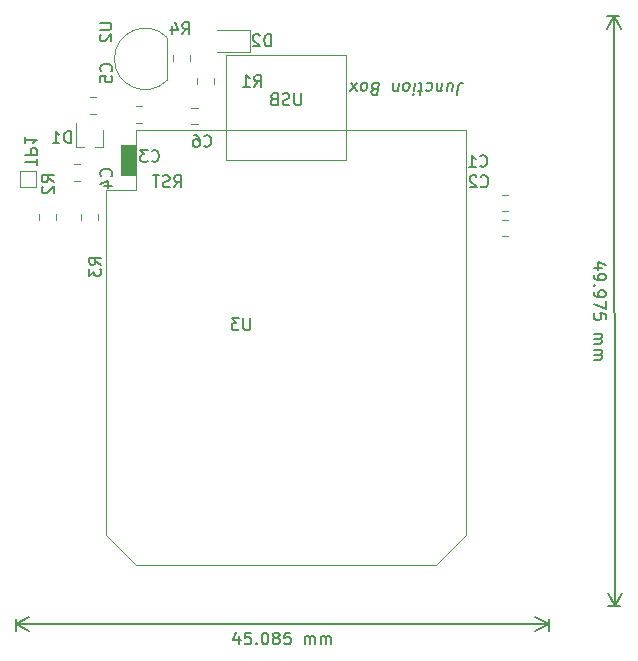
<source format=gbo>
G04 #@! TF.GenerationSoftware,KiCad,Pcbnew,5.1.5+dfsg1-2build2*
G04 #@! TF.CreationDate,2021-05-18T17:36:40-03:00*
G04 #@! TF.ProjectId,jbox_kicad,6a626f78-5f6b-4696-9361-642e6b696361,0*
G04 #@! TF.SameCoordinates,Original*
G04 #@! TF.FileFunction,Legend,Bot*
G04 #@! TF.FilePolarity,Positive*
%FSLAX46Y46*%
G04 Gerber Fmt 4.6, Leading zero omitted, Abs format (unit mm)*
G04 Created by KiCad (PCBNEW 5.1.5+dfsg1-2build2) date 2021-05-18 17:36:40*
%MOMM*%
%LPD*%
G04 APERTURE LIST*
%ADD10C,0.150000*%
%ADD11C,0.120000*%
%ADD12C,0.100000*%
%ADD13C,0.500000*%
%ADD14C,5.601600*%
%ADD15R,1.101600X1.101600*%
%ADD16C,1.501600*%
%ADD17R,1.601600X1.151600*%
%ADD18O,1.601600X1.151600*%
%ADD19C,4.101600*%
%ADD20R,0.551600X0.801600*%
G04 APERTURE END LIST*
D10*
X259445650Y-128129496D02*
X258778984Y-128130343D01*
X259826300Y-127890916D02*
X259111712Y-127653729D01*
X259112498Y-128272776D01*
X258779710Y-128701771D02*
X258779952Y-128892247D01*
X258827692Y-128987424D01*
X258875372Y-129034983D01*
X259018350Y-129130039D01*
X259208886Y-129177416D01*
X259589838Y-129176932D01*
X259685016Y-129129192D01*
X259732574Y-129081513D01*
X259780072Y-128986214D01*
X259779830Y-128795738D01*
X259732090Y-128700561D01*
X259684411Y-128653002D01*
X259589112Y-128605504D01*
X259351017Y-128605807D01*
X259255840Y-128653547D01*
X259208281Y-128701226D01*
X259160783Y-128796525D01*
X259161025Y-128987001D01*
X259208765Y-129082178D01*
X259256445Y-129129737D01*
X259351743Y-129177235D01*
X258876098Y-129606411D02*
X258828539Y-129654090D01*
X258780860Y-129606532D01*
X258828418Y-129558852D01*
X258876098Y-129606411D01*
X258780860Y-129606532D01*
X258781525Y-130130341D02*
X258781767Y-130320817D01*
X258829507Y-130415995D01*
X258877187Y-130463553D01*
X259020165Y-130558610D01*
X259210701Y-130605987D01*
X259591653Y-130605502D01*
X259686831Y-130557762D01*
X259734389Y-130510083D01*
X259781887Y-130414784D01*
X259781645Y-130224308D01*
X259733905Y-130129131D01*
X259686226Y-130081572D01*
X259590927Y-130034074D01*
X259352832Y-130034377D01*
X259257655Y-130082117D01*
X259210096Y-130129796D01*
X259162598Y-130225095D01*
X259162840Y-130415571D01*
X259210580Y-130510749D01*
X259258260Y-130558307D01*
X259353558Y-130605805D01*
X259782553Y-130938594D02*
X259783400Y-131605260D01*
X258782856Y-131177959D01*
X259784489Y-132462402D02*
X259783884Y-131986212D01*
X259307634Y-131939198D01*
X259355313Y-131986756D01*
X259403053Y-132081934D01*
X259403356Y-132320029D01*
X259355858Y-132415327D01*
X259308299Y-132463007D01*
X259213122Y-132510747D01*
X258975027Y-132511049D01*
X258879728Y-132463551D01*
X258832049Y-132415993D01*
X258784308Y-132320815D01*
X258784006Y-132082720D01*
X258831504Y-131987422D01*
X258879062Y-131939742D01*
X258786063Y-133701767D02*
X259452729Y-133700920D01*
X259357491Y-133701041D02*
X259405171Y-133748599D01*
X259452911Y-133843777D01*
X259453092Y-133986634D01*
X259405594Y-134081932D01*
X259310417Y-134129672D01*
X258786608Y-134130338D01*
X259310417Y-134129672D02*
X259405715Y-134177170D01*
X259453455Y-134272348D01*
X259453637Y-134415205D01*
X259406139Y-134510503D01*
X259310961Y-134558243D01*
X258787152Y-134558909D01*
X258787757Y-135035099D02*
X259454424Y-135034252D01*
X259359185Y-135034373D02*
X259406865Y-135081931D01*
X259454605Y-135177109D01*
X259454787Y-135319966D01*
X259407289Y-135415264D01*
X259312111Y-135463004D01*
X258788302Y-135463670D01*
X259312111Y-135463004D02*
X259407410Y-135510502D01*
X259455150Y-135605680D01*
X259455331Y-135748537D01*
X259407833Y-135843836D01*
X259312656Y-135891576D01*
X258788847Y-135892241D01*
X260567773Y-156782030D02*
X260504273Y-106807530D01*
X260985000Y-156781500D02*
X259981353Y-156782775D01*
X260921500Y-106807000D02*
X259917853Y-106808275D01*
X260504273Y-106807530D02*
X261092125Y-107933288D01*
X260504273Y-106807530D02*
X259919284Y-107934778D01*
X260567773Y-156782030D02*
X261152762Y-155654782D01*
X260567773Y-156782030D02*
X259979921Y-155656272D01*
X228743333Y-159327714D02*
X228743333Y-159994380D01*
X228505238Y-158946761D02*
X228267142Y-159661047D01*
X228886190Y-159661047D01*
X229743333Y-158994380D02*
X229267142Y-158994380D01*
X229219523Y-159470571D01*
X229267142Y-159422952D01*
X229362380Y-159375333D01*
X229600476Y-159375333D01*
X229695714Y-159422952D01*
X229743333Y-159470571D01*
X229790952Y-159565809D01*
X229790952Y-159803904D01*
X229743333Y-159899142D01*
X229695714Y-159946761D01*
X229600476Y-159994380D01*
X229362380Y-159994380D01*
X229267142Y-159946761D01*
X229219523Y-159899142D01*
X230219523Y-159899142D02*
X230267142Y-159946761D01*
X230219523Y-159994380D01*
X230171904Y-159946761D01*
X230219523Y-159899142D01*
X230219523Y-159994380D01*
X230886190Y-158994380D02*
X230981428Y-158994380D01*
X231076666Y-159042000D01*
X231124285Y-159089619D01*
X231171904Y-159184857D01*
X231219523Y-159375333D01*
X231219523Y-159613428D01*
X231171904Y-159803904D01*
X231124285Y-159899142D01*
X231076666Y-159946761D01*
X230981428Y-159994380D01*
X230886190Y-159994380D01*
X230790952Y-159946761D01*
X230743333Y-159899142D01*
X230695714Y-159803904D01*
X230648095Y-159613428D01*
X230648095Y-159375333D01*
X230695714Y-159184857D01*
X230743333Y-159089619D01*
X230790952Y-159042000D01*
X230886190Y-158994380D01*
X231790952Y-159422952D02*
X231695714Y-159375333D01*
X231648095Y-159327714D01*
X231600476Y-159232476D01*
X231600476Y-159184857D01*
X231648095Y-159089619D01*
X231695714Y-159042000D01*
X231790952Y-158994380D01*
X231981428Y-158994380D01*
X232076666Y-159042000D01*
X232124285Y-159089619D01*
X232171904Y-159184857D01*
X232171904Y-159232476D01*
X232124285Y-159327714D01*
X232076666Y-159375333D01*
X231981428Y-159422952D01*
X231790952Y-159422952D01*
X231695714Y-159470571D01*
X231648095Y-159518190D01*
X231600476Y-159613428D01*
X231600476Y-159803904D01*
X231648095Y-159899142D01*
X231695714Y-159946761D01*
X231790952Y-159994380D01*
X231981428Y-159994380D01*
X232076666Y-159946761D01*
X232124285Y-159899142D01*
X232171904Y-159803904D01*
X232171904Y-159613428D01*
X232124285Y-159518190D01*
X232076666Y-159470571D01*
X231981428Y-159422952D01*
X233076666Y-158994380D02*
X232600476Y-158994380D01*
X232552857Y-159470571D01*
X232600476Y-159422952D01*
X232695714Y-159375333D01*
X232933809Y-159375333D01*
X233029047Y-159422952D01*
X233076666Y-159470571D01*
X233124285Y-159565809D01*
X233124285Y-159803904D01*
X233076666Y-159899142D01*
X233029047Y-159946761D01*
X232933809Y-159994380D01*
X232695714Y-159994380D01*
X232600476Y-159946761D01*
X232552857Y-159899142D01*
X234314761Y-159994380D02*
X234314761Y-159327714D01*
X234314761Y-159422952D02*
X234362380Y-159375333D01*
X234457619Y-159327714D01*
X234600476Y-159327714D01*
X234695714Y-159375333D01*
X234743333Y-159470571D01*
X234743333Y-159994380D01*
X234743333Y-159470571D02*
X234790952Y-159375333D01*
X234886190Y-159327714D01*
X235029047Y-159327714D01*
X235124285Y-159375333D01*
X235171904Y-159470571D01*
X235171904Y-159994380D01*
X235648095Y-159994380D02*
X235648095Y-159327714D01*
X235648095Y-159422952D02*
X235695714Y-159375333D01*
X235790952Y-159327714D01*
X235933809Y-159327714D01*
X236029047Y-159375333D01*
X236076666Y-159470571D01*
X236076666Y-159994380D01*
X236076666Y-159470571D02*
X236124285Y-159375333D01*
X236219523Y-159327714D01*
X236362380Y-159327714D01*
X236457619Y-159375333D01*
X236505238Y-159470571D01*
X236505238Y-159994380D01*
X209867500Y-158242000D02*
X254952500Y-158242000D01*
X209867500Y-157861001D02*
X209867500Y-158828421D01*
X254952500Y-157861001D02*
X254952500Y-158828421D01*
X254952500Y-158242000D02*
X253825996Y-158828421D01*
X254952500Y-158242000D02*
X253825996Y-157655579D01*
X209867500Y-158242000D02*
X210994004Y-158828421D01*
X209867500Y-158242000D02*
X210994004Y-157655579D01*
X247219627Y-113450619D02*
X247308913Y-112736333D01*
X247374389Y-112593476D01*
X247481532Y-112498238D01*
X247630342Y-112450619D01*
X247725580Y-112450619D01*
X246356532Y-113117285D02*
X246439866Y-112450619D01*
X246785104Y-113117285D02*
X246850580Y-112593476D01*
X246814866Y-112498238D01*
X246725580Y-112450619D01*
X246582723Y-112450619D01*
X246481532Y-112498238D01*
X246427961Y-112545857D01*
X245880342Y-113117285D02*
X245963675Y-112450619D01*
X245892247Y-113022047D02*
X245838675Y-113069666D01*
X245737485Y-113117285D01*
X245594627Y-113117285D01*
X245505342Y-113069666D01*
X245469627Y-112974428D01*
X245535104Y-112450619D01*
X244624389Y-112498238D02*
X244725580Y-112450619D01*
X244916056Y-112450619D01*
X245005342Y-112498238D01*
X245047008Y-112545857D01*
X245082723Y-112641095D01*
X245047008Y-112926809D01*
X244987485Y-113022047D01*
X244933913Y-113069666D01*
X244832723Y-113117285D01*
X244642247Y-113117285D01*
X244552961Y-113069666D01*
X244261294Y-113117285D02*
X243880342Y-113117285D01*
X244076770Y-113450619D02*
X244183913Y-112593476D01*
X244148199Y-112498238D01*
X244058913Y-112450619D01*
X243963675Y-112450619D01*
X243630342Y-112450619D02*
X243547008Y-113117285D01*
X243505342Y-113450619D02*
X243558913Y-113403000D01*
X243517247Y-113355380D01*
X243463675Y-113403000D01*
X243505342Y-113450619D01*
X243517247Y-113355380D01*
X243011294Y-112450619D02*
X243100580Y-112498238D01*
X243142247Y-112545857D01*
X243177961Y-112641095D01*
X243142247Y-112926809D01*
X243082723Y-113022047D01*
X243029151Y-113069666D01*
X242927961Y-113117285D01*
X242785104Y-113117285D01*
X242695818Y-113069666D01*
X242654151Y-113022047D01*
X242618437Y-112926809D01*
X242654151Y-112641095D01*
X242713675Y-112545857D01*
X242767247Y-112498238D01*
X242868437Y-112450619D01*
X243011294Y-112450619D01*
X242166056Y-113117285D02*
X242249389Y-112450619D01*
X242177961Y-113022047D02*
X242124389Y-113069666D01*
X242023199Y-113117285D01*
X241880342Y-113117285D01*
X241791056Y-113069666D01*
X241755342Y-112974428D01*
X241820818Y-112450619D01*
X240183913Y-112974428D02*
X240047008Y-112926809D01*
X240005342Y-112879190D01*
X239969627Y-112783952D01*
X239987485Y-112641095D01*
X240047008Y-112545857D01*
X240100580Y-112498238D01*
X240201770Y-112450619D01*
X240582723Y-112450619D01*
X240457723Y-113450619D01*
X240124389Y-113450619D01*
X240035104Y-113403000D01*
X239993437Y-113355380D01*
X239957723Y-113260142D01*
X239969627Y-113164904D01*
X240029151Y-113069666D01*
X240082723Y-113022047D01*
X240183913Y-112974428D01*
X240517247Y-112974428D01*
X239439866Y-112450619D02*
X239529151Y-112498238D01*
X239570818Y-112545857D01*
X239606532Y-112641095D01*
X239570818Y-112926809D01*
X239511294Y-113022047D01*
X239457723Y-113069666D01*
X239356532Y-113117285D01*
X239213675Y-113117285D01*
X239124389Y-113069666D01*
X239082723Y-113022047D01*
X239047008Y-112926809D01*
X239082723Y-112641095D01*
X239142247Y-112545857D01*
X239195818Y-112498238D01*
X239297008Y-112450619D01*
X239439866Y-112450619D01*
X238773199Y-112450619D02*
X238166056Y-113117285D01*
X238689866Y-113117285D02*
X238249389Y-112450619D01*
D11*
X223191000Y-110624252D02*
X223191000Y-110101748D01*
X224611000Y-110624252D02*
X224611000Y-110101748D01*
X229698000Y-109862500D02*
X226838000Y-109862500D01*
X229698000Y-107942500D02*
X229698000Y-109862500D01*
X226838000Y-107942500D02*
X229698000Y-107942500D01*
X216800500Y-123563748D02*
X216800500Y-124086252D01*
X215380500Y-123563748D02*
X215380500Y-124086252D01*
X210183500Y-119886500D02*
X210183500Y-121286500D01*
X211583500Y-119886500D02*
X210183500Y-119886500D01*
X211583500Y-121286500D02*
X211583500Y-119886500D01*
X210183500Y-121286500D02*
X211583500Y-121286500D01*
X220040200Y-121513600D02*
X220040200Y-116433600D01*
X245440200Y-153263600D02*
X221310200Y-153263600D01*
X245440200Y-153263600D02*
X247980200Y-150723600D01*
X220040200Y-153263600D02*
X217500200Y-150723600D01*
X220040200Y-153263600D02*
X221310200Y-153263600D01*
X247980200Y-150723600D02*
X247980200Y-116433600D01*
X217500200Y-150723600D02*
X217500200Y-121513600D01*
X217500200Y-121513600D02*
X220040200Y-121513600D01*
D12*
G36*
X218770200Y-117703600D02*
G01*
X218770200Y-120243600D01*
X220040200Y-120243600D01*
X220040200Y-117703600D01*
X218770200Y-117703600D01*
G37*
X218770200Y-117703600D02*
X218770200Y-120243600D01*
X220040200Y-120243600D01*
X220040200Y-117703600D01*
X218770200Y-117703600D01*
D11*
X220040200Y-116433600D02*
X247980200Y-116433600D01*
X227660200Y-116433600D02*
X227660200Y-110083600D01*
X227660200Y-110083600D02*
X237820200Y-110083600D01*
X237820200Y-110083600D02*
X237820200Y-116433600D01*
X227660200Y-116433600D02*
X227660200Y-118973600D01*
X227660200Y-118973600D02*
X237820200Y-118973600D01*
X237820200Y-118973600D02*
X237820200Y-116433600D01*
X215272252Y-119305000D02*
X214749748Y-119305000D01*
X215272252Y-120725000D02*
X214749748Y-120725000D01*
X222627978Y-112264978D02*
G75*
G02X218189500Y-110426500I-1838478J1838478D01*
G01*
X222627978Y-108588022D02*
G75*
G03X218189500Y-110426500I-1838478J-1838478D01*
G01*
X222639500Y-108626500D02*
X222639500Y-112226500D01*
X211824500Y-124086252D02*
X211824500Y-123563748D01*
X213244500Y-124086252D02*
X213244500Y-123563748D01*
X226643000Y-112070248D02*
X226643000Y-112592752D01*
X225223000Y-112070248D02*
X225223000Y-112592752D01*
X225232752Y-115962500D02*
X224710248Y-115962500D01*
X225232752Y-114542500D02*
X224710248Y-114542500D01*
X251008248Y-124029400D02*
X251530752Y-124029400D01*
X251008248Y-125449400D02*
X251530752Y-125449400D01*
X251008248Y-123328500D02*
X251530752Y-123328500D01*
X251008248Y-121908500D02*
X251530752Y-121908500D01*
X220020248Y-114415500D02*
X220542752Y-114415500D01*
X220020248Y-115835500D02*
X220542752Y-115835500D01*
X216669252Y-113653500D02*
X216146748Y-113653500D01*
X216669252Y-115073500D02*
X216146748Y-115073500D01*
X216590500Y-117887500D02*
X217250500Y-117887500D01*
X214930500Y-117887500D02*
X215590500Y-117887500D01*
X214930500Y-117887500D02*
X214930500Y-115857500D01*
X217250500Y-116477500D02*
X217250500Y-117887500D01*
D10*
X223940666Y-108338880D02*
X224274000Y-107862690D01*
X224512095Y-108338880D02*
X224512095Y-107338880D01*
X224131142Y-107338880D01*
X224035904Y-107386500D01*
X223988285Y-107434119D01*
X223940666Y-107529357D01*
X223940666Y-107672214D01*
X223988285Y-107767452D01*
X224035904Y-107815071D01*
X224131142Y-107862690D01*
X224512095Y-107862690D01*
X223083523Y-107672214D02*
X223083523Y-108338880D01*
X223321619Y-107291261D02*
X223559714Y-108005547D01*
X222940666Y-108005547D01*
X231433595Y-109354880D02*
X231433595Y-108354880D01*
X231195500Y-108354880D01*
X231052642Y-108402500D01*
X230957404Y-108497738D01*
X230909785Y-108592976D01*
X230862166Y-108783452D01*
X230862166Y-108926309D01*
X230909785Y-109116785D01*
X230957404Y-109212023D01*
X231052642Y-109307261D01*
X231195500Y-109354880D01*
X231433595Y-109354880D01*
X230481214Y-108450119D02*
X230433595Y-108402500D01*
X230338357Y-108354880D01*
X230100261Y-108354880D01*
X230005023Y-108402500D01*
X229957404Y-108450119D01*
X229909785Y-108545357D01*
X229909785Y-108640595D01*
X229957404Y-108783452D01*
X230528833Y-109354880D01*
X229909785Y-109354880D01*
X217050880Y-127849333D02*
X216574690Y-127516000D01*
X217050880Y-127277904D02*
X216050880Y-127277904D01*
X216050880Y-127658857D01*
X216098500Y-127754095D01*
X216146119Y-127801714D01*
X216241357Y-127849333D01*
X216384214Y-127849333D01*
X216479452Y-127801714D01*
X216527071Y-127754095D01*
X216574690Y-127658857D01*
X216574690Y-127277904D01*
X216050880Y-128182666D02*
X216050880Y-128801714D01*
X216431833Y-128468380D01*
X216431833Y-128611238D01*
X216479452Y-128706476D01*
X216527071Y-128754095D01*
X216622309Y-128801714D01*
X216860404Y-128801714D01*
X216955642Y-128754095D01*
X217003261Y-128706476D01*
X217050880Y-128611238D01*
X217050880Y-128325523D01*
X217003261Y-128230285D01*
X216955642Y-128182666D01*
X211621619Y-119435404D02*
X211621619Y-118863976D01*
X210621619Y-119149690D02*
X211621619Y-119149690D01*
X210621619Y-118530642D02*
X211621619Y-118530642D01*
X211621619Y-118149690D01*
X211574000Y-118054452D01*
X211526380Y-118006833D01*
X211431142Y-117959214D01*
X211288285Y-117959214D01*
X211193047Y-118006833D01*
X211145428Y-118054452D01*
X211097809Y-118149690D01*
X211097809Y-118530642D01*
X210621619Y-117006833D02*
X210621619Y-117578261D01*
X210621619Y-117292547D02*
X211621619Y-117292547D01*
X211478761Y-117387785D01*
X211383523Y-117483023D01*
X211335904Y-117578261D01*
X229692104Y-132395980D02*
X229692104Y-133205504D01*
X229644485Y-133300742D01*
X229596866Y-133348361D01*
X229501628Y-133395980D01*
X229311152Y-133395980D01*
X229215914Y-133348361D01*
X229168295Y-133300742D01*
X229120676Y-133205504D01*
X229120676Y-132395980D01*
X228739723Y-132395980D02*
X228120676Y-132395980D01*
X228454009Y-132776933D01*
X228311152Y-132776933D01*
X228215914Y-132824552D01*
X228168295Y-132872171D01*
X228120676Y-132967409D01*
X228120676Y-133205504D01*
X228168295Y-133300742D01*
X228215914Y-133348361D01*
X228311152Y-133395980D01*
X228596866Y-133395980D01*
X228692104Y-133348361D01*
X228739723Y-133300742D01*
X223242119Y-121292880D02*
X223575452Y-120816690D01*
X223813547Y-121292880D02*
X223813547Y-120292880D01*
X223432595Y-120292880D01*
X223337357Y-120340500D01*
X223289738Y-120388119D01*
X223242119Y-120483357D01*
X223242119Y-120626214D01*
X223289738Y-120721452D01*
X223337357Y-120769071D01*
X223432595Y-120816690D01*
X223813547Y-120816690D01*
X222861166Y-121245261D02*
X222718309Y-121292880D01*
X222480214Y-121292880D01*
X222384976Y-121245261D01*
X222337357Y-121197642D01*
X222289738Y-121102404D01*
X222289738Y-121007166D01*
X222337357Y-120911928D01*
X222384976Y-120864309D01*
X222480214Y-120816690D01*
X222670690Y-120769071D01*
X222765928Y-120721452D01*
X222813547Y-120673833D01*
X222861166Y-120578595D01*
X222861166Y-120483357D01*
X222813547Y-120388119D01*
X222765928Y-120340500D01*
X222670690Y-120292880D01*
X222432595Y-120292880D01*
X222289738Y-120340500D01*
X222004023Y-120292880D02*
X221432595Y-120292880D01*
X221718309Y-121292880D02*
X221718309Y-120292880D01*
X234002104Y-113345980D02*
X234002104Y-114155504D01*
X233954485Y-114250742D01*
X233906866Y-114298361D01*
X233811628Y-114345980D01*
X233621152Y-114345980D01*
X233525914Y-114298361D01*
X233478295Y-114250742D01*
X233430676Y-114155504D01*
X233430676Y-113345980D01*
X233002104Y-114298361D02*
X232859247Y-114345980D01*
X232621152Y-114345980D01*
X232525914Y-114298361D01*
X232478295Y-114250742D01*
X232430676Y-114155504D01*
X232430676Y-114060266D01*
X232478295Y-113965028D01*
X232525914Y-113917409D01*
X232621152Y-113869790D01*
X232811628Y-113822171D01*
X232906866Y-113774552D01*
X232954485Y-113726933D01*
X233002104Y-113631695D01*
X233002104Y-113536457D01*
X232954485Y-113441219D01*
X232906866Y-113393600D01*
X232811628Y-113345980D01*
X232573533Y-113345980D01*
X232430676Y-113393600D01*
X231668771Y-113822171D02*
X231525914Y-113869790D01*
X231478295Y-113917409D01*
X231430676Y-114012647D01*
X231430676Y-114155504D01*
X231478295Y-114250742D01*
X231525914Y-114298361D01*
X231621152Y-114345980D01*
X232002104Y-114345980D01*
X232002104Y-113345980D01*
X231668771Y-113345980D01*
X231573533Y-113393600D01*
X231525914Y-113441219D01*
X231478295Y-113536457D01*
X231478295Y-113631695D01*
X231525914Y-113726933D01*
X231573533Y-113774552D01*
X231668771Y-113822171D01*
X232002104Y-113822171D01*
X217908142Y-120356333D02*
X217955761Y-120308714D01*
X218003380Y-120165857D01*
X218003380Y-120070619D01*
X217955761Y-119927761D01*
X217860523Y-119832523D01*
X217765285Y-119784904D01*
X217574809Y-119737285D01*
X217431952Y-119737285D01*
X217241476Y-119784904D01*
X217146238Y-119832523D01*
X217051000Y-119927761D01*
X217003380Y-120070619D01*
X217003380Y-120165857D01*
X217051000Y-120308714D01*
X217098619Y-120356333D01*
X217336714Y-121213476D02*
X218003380Y-121213476D01*
X216955761Y-120975380D02*
X217670047Y-120737285D01*
X217670047Y-121356333D01*
X216939880Y-107378595D02*
X217749404Y-107378595D01*
X217844642Y-107426214D01*
X217892261Y-107473833D01*
X217939880Y-107569071D01*
X217939880Y-107759547D01*
X217892261Y-107854785D01*
X217844642Y-107902404D01*
X217749404Y-107950023D01*
X216939880Y-107950023D01*
X217035119Y-108378595D02*
X216987500Y-108426214D01*
X216939880Y-108521452D01*
X216939880Y-108759547D01*
X216987500Y-108854785D01*
X217035119Y-108902404D01*
X217130357Y-108950023D01*
X217225595Y-108950023D01*
X217368452Y-108902404D01*
X217939880Y-108330976D01*
X217939880Y-108950023D01*
X213050380Y-120864333D02*
X212574190Y-120531000D01*
X213050380Y-120292904D02*
X212050380Y-120292904D01*
X212050380Y-120673857D01*
X212098000Y-120769095D01*
X212145619Y-120816714D01*
X212240857Y-120864333D01*
X212383714Y-120864333D01*
X212478952Y-120816714D01*
X212526571Y-120769095D01*
X212574190Y-120673857D01*
X212574190Y-120292904D01*
X212145619Y-121245285D02*
X212098000Y-121292904D01*
X212050380Y-121388142D01*
X212050380Y-121626238D01*
X212098000Y-121721476D01*
X212145619Y-121769095D01*
X212240857Y-121816714D01*
X212336095Y-121816714D01*
X212478952Y-121769095D01*
X213050380Y-121197666D01*
X213050380Y-121816714D01*
X230036666Y-112783880D02*
X230370000Y-112307690D01*
X230608095Y-112783880D02*
X230608095Y-111783880D01*
X230227142Y-111783880D01*
X230131904Y-111831500D01*
X230084285Y-111879119D01*
X230036666Y-111974357D01*
X230036666Y-112117214D01*
X230084285Y-112212452D01*
X230131904Y-112260071D01*
X230227142Y-112307690D01*
X230608095Y-112307690D01*
X229084285Y-112783880D02*
X229655714Y-112783880D01*
X229370000Y-112783880D02*
X229370000Y-111783880D01*
X229465238Y-111926738D01*
X229560476Y-112021976D01*
X229655714Y-112069595D01*
X225782166Y-117768642D02*
X225829785Y-117816261D01*
X225972642Y-117863880D01*
X226067880Y-117863880D01*
X226210738Y-117816261D01*
X226305976Y-117721023D01*
X226353595Y-117625785D01*
X226401214Y-117435309D01*
X226401214Y-117292452D01*
X226353595Y-117101976D01*
X226305976Y-117006738D01*
X226210738Y-116911500D01*
X226067880Y-116863880D01*
X225972642Y-116863880D01*
X225829785Y-116911500D01*
X225782166Y-116959119D01*
X224925023Y-116863880D02*
X225115500Y-116863880D01*
X225210738Y-116911500D01*
X225258357Y-116959119D01*
X225353595Y-117101976D01*
X225401214Y-117292452D01*
X225401214Y-117673404D01*
X225353595Y-117768642D01*
X225305976Y-117816261D01*
X225210738Y-117863880D01*
X225020261Y-117863880D01*
X224925023Y-117816261D01*
X224877404Y-117768642D01*
X224829785Y-117673404D01*
X224829785Y-117435309D01*
X224877404Y-117340071D01*
X224925023Y-117292452D01*
X225020261Y-117244833D01*
X225210738Y-117244833D01*
X225305976Y-117292452D01*
X225353595Y-117340071D01*
X225401214Y-117435309D01*
X249213666Y-121197642D02*
X249261285Y-121245261D01*
X249404142Y-121292880D01*
X249499380Y-121292880D01*
X249642238Y-121245261D01*
X249737476Y-121150023D01*
X249785095Y-121054785D01*
X249832714Y-120864309D01*
X249832714Y-120721452D01*
X249785095Y-120530976D01*
X249737476Y-120435738D01*
X249642238Y-120340500D01*
X249499380Y-120292880D01*
X249404142Y-120292880D01*
X249261285Y-120340500D01*
X249213666Y-120388119D01*
X248832714Y-120388119D02*
X248785095Y-120340500D01*
X248689857Y-120292880D01*
X248451761Y-120292880D01*
X248356523Y-120340500D01*
X248308904Y-120388119D01*
X248261285Y-120483357D01*
X248261285Y-120578595D01*
X248308904Y-120721452D01*
X248880333Y-121292880D01*
X248261285Y-121292880D01*
X249150166Y-119483142D02*
X249197785Y-119530761D01*
X249340642Y-119578380D01*
X249435880Y-119578380D01*
X249578738Y-119530761D01*
X249673976Y-119435523D01*
X249721595Y-119340285D01*
X249769214Y-119149809D01*
X249769214Y-119006952D01*
X249721595Y-118816476D01*
X249673976Y-118721238D01*
X249578738Y-118626000D01*
X249435880Y-118578380D01*
X249340642Y-118578380D01*
X249197785Y-118626000D01*
X249150166Y-118673619D01*
X248197785Y-119578380D02*
X248769214Y-119578380D01*
X248483500Y-119578380D02*
X248483500Y-118578380D01*
X248578738Y-118721238D01*
X248673976Y-118816476D01*
X248769214Y-118864095D01*
X221337166Y-119038642D02*
X221384785Y-119086261D01*
X221527642Y-119133880D01*
X221622880Y-119133880D01*
X221765738Y-119086261D01*
X221860976Y-118991023D01*
X221908595Y-118895785D01*
X221956214Y-118705309D01*
X221956214Y-118562452D01*
X221908595Y-118371976D01*
X221860976Y-118276738D01*
X221765738Y-118181500D01*
X221622880Y-118133880D01*
X221527642Y-118133880D01*
X221384785Y-118181500D01*
X221337166Y-118229119D01*
X221003833Y-118133880D02*
X220384785Y-118133880D01*
X220718119Y-118514833D01*
X220575261Y-118514833D01*
X220480023Y-118562452D01*
X220432404Y-118610071D01*
X220384785Y-118705309D01*
X220384785Y-118943404D01*
X220432404Y-119038642D01*
X220480023Y-119086261D01*
X220575261Y-119133880D01*
X220860976Y-119133880D01*
X220956214Y-119086261D01*
X221003833Y-119038642D01*
X217908142Y-111466333D02*
X217955761Y-111418714D01*
X218003380Y-111275857D01*
X218003380Y-111180619D01*
X217955761Y-111037761D01*
X217860523Y-110942523D01*
X217765285Y-110894904D01*
X217574809Y-110847285D01*
X217431952Y-110847285D01*
X217241476Y-110894904D01*
X217146238Y-110942523D01*
X217051000Y-111037761D01*
X217003380Y-111180619D01*
X217003380Y-111275857D01*
X217051000Y-111418714D01*
X217098619Y-111466333D01*
X217003380Y-112371095D02*
X217003380Y-111894904D01*
X217479571Y-111847285D01*
X217431952Y-111894904D01*
X217384333Y-111990142D01*
X217384333Y-112228238D01*
X217431952Y-112323476D01*
X217479571Y-112371095D01*
X217574809Y-112418714D01*
X217812904Y-112418714D01*
X217908142Y-112371095D01*
X217955761Y-112323476D01*
X218003380Y-112228238D01*
X218003380Y-111990142D01*
X217955761Y-111894904D01*
X217908142Y-111847285D01*
X214479095Y-117546380D02*
X214479095Y-116546380D01*
X214241000Y-116546380D01*
X214098142Y-116594000D01*
X214002904Y-116689238D01*
X213955285Y-116784476D01*
X213907666Y-116974952D01*
X213907666Y-117117809D01*
X213955285Y-117308285D01*
X214002904Y-117403523D01*
X214098142Y-117498761D01*
X214241000Y-117546380D01*
X214479095Y-117546380D01*
X212955285Y-117546380D02*
X213526714Y-117546380D01*
X213241000Y-117546380D02*
X213241000Y-116546380D01*
X213336238Y-116689238D01*
X213431476Y-116784476D01*
X213526714Y-116832095D01*
%LPC*%
D13*
G36*
X224406383Y-108713510D02*
G01*
X224432795Y-108717428D01*
X224458696Y-108723916D01*
X224483837Y-108732911D01*
X224507974Y-108744328D01*
X224530877Y-108758055D01*
X224552324Y-108773961D01*
X224572108Y-108791892D01*
X224590039Y-108811676D01*
X224605945Y-108833123D01*
X224619672Y-108856026D01*
X224631089Y-108880163D01*
X224640084Y-108905304D01*
X224646572Y-108931205D01*
X224650490Y-108957617D01*
X224651800Y-108984286D01*
X224651800Y-109691714D01*
X224650490Y-109718383D01*
X224646572Y-109744795D01*
X224640084Y-109770696D01*
X224631089Y-109795837D01*
X224619672Y-109819974D01*
X224605945Y-109842877D01*
X224590039Y-109864324D01*
X224572108Y-109884108D01*
X224552324Y-109902039D01*
X224530877Y-109917945D01*
X224507974Y-109931672D01*
X224483837Y-109943089D01*
X224458696Y-109952084D01*
X224432795Y-109958572D01*
X224406383Y-109962490D01*
X224379714Y-109963800D01*
X223422286Y-109963800D01*
X223395617Y-109962490D01*
X223369205Y-109958572D01*
X223343304Y-109952084D01*
X223318163Y-109943089D01*
X223294026Y-109931672D01*
X223271123Y-109917945D01*
X223249676Y-109902039D01*
X223229892Y-109884108D01*
X223211961Y-109864324D01*
X223196055Y-109842877D01*
X223182328Y-109819974D01*
X223170911Y-109795837D01*
X223161916Y-109770696D01*
X223155428Y-109744795D01*
X223151510Y-109718383D01*
X223150200Y-109691714D01*
X223150200Y-108984286D01*
X223151510Y-108957617D01*
X223155428Y-108931205D01*
X223161916Y-108905304D01*
X223170911Y-108880163D01*
X223182328Y-108856026D01*
X223196055Y-108833123D01*
X223211961Y-108811676D01*
X223229892Y-108791892D01*
X223249676Y-108773961D01*
X223271123Y-108758055D01*
X223294026Y-108744328D01*
X223318163Y-108732911D01*
X223343304Y-108723916D01*
X223369205Y-108717428D01*
X223395617Y-108713510D01*
X223422286Y-108712200D01*
X224379714Y-108712200D01*
X224406383Y-108713510D01*
G37*
G36*
X224406383Y-110763510D02*
G01*
X224432795Y-110767428D01*
X224458696Y-110773916D01*
X224483837Y-110782911D01*
X224507974Y-110794328D01*
X224530877Y-110808055D01*
X224552324Y-110823961D01*
X224572108Y-110841892D01*
X224590039Y-110861676D01*
X224605945Y-110883123D01*
X224619672Y-110906026D01*
X224631089Y-110930163D01*
X224640084Y-110955304D01*
X224646572Y-110981205D01*
X224650490Y-111007617D01*
X224651800Y-111034286D01*
X224651800Y-111741714D01*
X224650490Y-111768383D01*
X224646572Y-111794795D01*
X224640084Y-111820696D01*
X224631089Y-111845837D01*
X224619672Y-111869974D01*
X224605945Y-111892877D01*
X224590039Y-111914324D01*
X224572108Y-111934108D01*
X224552324Y-111952039D01*
X224530877Y-111967945D01*
X224507974Y-111981672D01*
X224483837Y-111993089D01*
X224458696Y-112002084D01*
X224432795Y-112008572D01*
X224406383Y-112012490D01*
X224379714Y-112013800D01*
X223422286Y-112013800D01*
X223395617Y-112012490D01*
X223369205Y-112008572D01*
X223343304Y-112002084D01*
X223318163Y-111993089D01*
X223294026Y-111981672D01*
X223271123Y-111967945D01*
X223249676Y-111952039D01*
X223229892Y-111934108D01*
X223211961Y-111914324D01*
X223196055Y-111892877D01*
X223182328Y-111869974D01*
X223170911Y-111845837D01*
X223161916Y-111820696D01*
X223155428Y-111794795D01*
X223151510Y-111768383D01*
X223150200Y-111741714D01*
X223150200Y-111034286D01*
X223151510Y-111007617D01*
X223155428Y-110981205D01*
X223161916Y-110955304D01*
X223170911Y-110930163D01*
X223182328Y-110906026D01*
X223196055Y-110883123D01*
X223211961Y-110861676D01*
X223229892Y-110841892D01*
X223249676Y-110823961D01*
X223271123Y-110808055D01*
X223294026Y-110794328D01*
X223318163Y-110782911D01*
X223343304Y-110773916D01*
X223369205Y-110767428D01*
X223395617Y-110763510D01*
X223422286Y-110762200D01*
X224379714Y-110762200D01*
X224406383Y-110763510D01*
G37*
G36*
X227193383Y-108153010D02*
G01*
X227219795Y-108156928D01*
X227245696Y-108163416D01*
X227270837Y-108172411D01*
X227294974Y-108183828D01*
X227317877Y-108197555D01*
X227339324Y-108213461D01*
X227359108Y-108231392D01*
X227377039Y-108251176D01*
X227392945Y-108272623D01*
X227406672Y-108295526D01*
X227418089Y-108319663D01*
X227427084Y-108344804D01*
X227433572Y-108370705D01*
X227437490Y-108397117D01*
X227438800Y-108423786D01*
X227438800Y-109381214D01*
X227437490Y-109407883D01*
X227433572Y-109434295D01*
X227427084Y-109460196D01*
X227418089Y-109485337D01*
X227406672Y-109509474D01*
X227392945Y-109532377D01*
X227377039Y-109553824D01*
X227359108Y-109573608D01*
X227339324Y-109591539D01*
X227317877Y-109607445D01*
X227294974Y-109621172D01*
X227270837Y-109632589D01*
X227245696Y-109641584D01*
X227219795Y-109648072D01*
X227193383Y-109651990D01*
X227166714Y-109653300D01*
X226459286Y-109653300D01*
X226432617Y-109651990D01*
X226406205Y-109648072D01*
X226380304Y-109641584D01*
X226355163Y-109632589D01*
X226331026Y-109621172D01*
X226308123Y-109607445D01*
X226286676Y-109591539D01*
X226266892Y-109573608D01*
X226248961Y-109553824D01*
X226233055Y-109532377D01*
X226219328Y-109509474D01*
X226207911Y-109485337D01*
X226198916Y-109460196D01*
X226192428Y-109434295D01*
X226188510Y-109407883D01*
X226187200Y-109381214D01*
X226187200Y-108423786D01*
X226188510Y-108397117D01*
X226192428Y-108370705D01*
X226198916Y-108344804D01*
X226207911Y-108319663D01*
X226219328Y-108295526D01*
X226233055Y-108272623D01*
X226248961Y-108251176D01*
X226266892Y-108231392D01*
X226286676Y-108213461D01*
X226308123Y-108197555D01*
X226331026Y-108183828D01*
X226355163Y-108172411D01*
X226380304Y-108163416D01*
X226406205Y-108156928D01*
X226432617Y-108153010D01*
X226459286Y-108151700D01*
X227166714Y-108151700D01*
X227193383Y-108153010D01*
G37*
G36*
X229243383Y-108153010D02*
G01*
X229269795Y-108156928D01*
X229295696Y-108163416D01*
X229320837Y-108172411D01*
X229344974Y-108183828D01*
X229367877Y-108197555D01*
X229389324Y-108213461D01*
X229409108Y-108231392D01*
X229427039Y-108251176D01*
X229442945Y-108272623D01*
X229456672Y-108295526D01*
X229468089Y-108319663D01*
X229477084Y-108344804D01*
X229483572Y-108370705D01*
X229487490Y-108397117D01*
X229488800Y-108423786D01*
X229488800Y-109381214D01*
X229487490Y-109407883D01*
X229483572Y-109434295D01*
X229477084Y-109460196D01*
X229468089Y-109485337D01*
X229456672Y-109509474D01*
X229442945Y-109532377D01*
X229427039Y-109553824D01*
X229409108Y-109573608D01*
X229389324Y-109591539D01*
X229367877Y-109607445D01*
X229344974Y-109621172D01*
X229320837Y-109632589D01*
X229295696Y-109641584D01*
X229269795Y-109648072D01*
X229243383Y-109651990D01*
X229216714Y-109653300D01*
X228509286Y-109653300D01*
X228482617Y-109651990D01*
X228456205Y-109648072D01*
X228430304Y-109641584D01*
X228405163Y-109632589D01*
X228381026Y-109621172D01*
X228358123Y-109607445D01*
X228336676Y-109591539D01*
X228316892Y-109573608D01*
X228298961Y-109553824D01*
X228283055Y-109532377D01*
X228269328Y-109509474D01*
X228257911Y-109485337D01*
X228248916Y-109460196D01*
X228242428Y-109434295D01*
X228238510Y-109407883D01*
X228237200Y-109381214D01*
X228237200Y-108423786D01*
X228238510Y-108397117D01*
X228242428Y-108370705D01*
X228248916Y-108344804D01*
X228257911Y-108319663D01*
X228269328Y-108295526D01*
X228283055Y-108272623D01*
X228298961Y-108251176D01*
X228316892Y-108231392D01*
X228336676Y-108213461D01*
X228358123Y-108197555D01*
X228381026Y-108183828D01*
X228405163Y-108172411D01*
X228430304Y-108163416D01*
X228456205Y-108156928D01*
X228482617Y-108153010D01*
X228509286Y-108151700D01*
X229216714Y-108151700D01*
X229243383Y-108153010D01*
G37*
D14*
X213992460Y-110397500D03*
X251269500Y-110397500D03*
X213992460Y-152942500D03*
X251269500Y-152942500D03*
D13*
G36*
X216595883Y-124225510D02*
G01*
X216622295Y-124229428D01*
X216648196Y-124235916D01*
X216673337Y-124244911D01*
X216697474Y-124256328D01*
X216720377Y-124270055D01*
X216741824Y-124285961D01*
X216761608Y-124303892D01*
X216779539Y-124323676D01*
X216795445Y-124345123D01*
X216809172Y-124368026D01*
X216820589Y-124392163D01*
X216829584Y-124417304D01*
X216836072Y-124443205D01*
X216839990Y-124469617D01*
X216841300Y-124496286D01*
X216841300Y-125203714D01*
X216839990Y-125230383D01*
X216836072Y-125256795D01*
X216829584Y-125282696D01*
X216820589Y-125307837D01*
X216809172Y-125331974D01*
X216795445Y-125354877D01*
X216779539Y-125376324D01*
X216761608Y-125396108D01*
X216741824Y-125414039D01*
X216720377Y-125429945D01*
X216697474Y-125443672D01*
X216673337Y-125455089D01*
X216648196Y-125464084D01*
X216622295Y-125470572D01*
X216595883Y-125474490D01*
X216569214Y-125475800D01*
X215611786Y-125475800D01*
X215585117Y-125474490D01*
X215558705Y-125470572D01*
X215532804Y-125464084D01*
X215507663Y-125455089D01*
X215483526Y-125443672D01*
X215460623Y-125429945D01*
X215439176Y-125414039D01*
X215419392Y-125396108D01*
X215401461Y-125376324D01*
X215385555Y-125354877D01*
X215371828Y-125331974D01*
X215360411Y-125307837D01*
X215351416Y-125282696D01*
X215344928Y-125256795D01*
X215341010Y-125230383D01*
X215339700Y-125203714D01*
X215339700Y-124496286D01*
X215341010Y-124469617D01*
X215344928Y-124443205D01*
X215351416Y-124417304D01*
X215360411Y-124392163D01*
X215371828Y-124368026D01*
X215385555Y-124345123D01*
X215401461Y-124323676D01*
X215419392Y-124303892D01*
X215439176Y-124285961D01*
X215460623Y-124270055D01*
X215483526Y-124256328D01*
X215507663Y-124244911D01*
X215532804Y-124235916D01*
X215558705Y-124229428D01*
X215585117Y-124225510D01*
X215611786Y-124224200D01*
X216569214Y-124224200D01*
X216595883Y-124225510D01*
G37*
G36*
X216595883Y-122175510D02*
G01*
X216622295Y-122179428D01*
X216648196Y-122185916D01*
X216673337Y-122194911D01*
X216697474Y-122206328D01*
X216720377Y-122220055D01*
X216741824Y-122235961D01*
X216761608Y-122253892D01*
X216779539Y-122273676D01*
X216795445Y-122295123D01*
X216809172Y-122318026D01*
X216820589Y-122342163D01*
X216829584Y-122367304D01*
X216836072Y-122393205D01*
X216839990Y-122419617D01*
X216841300Y-122446286D01*
X216841300Y-123153714D01*
X216839990Y-123180383D01*
X216836072Y-123206795D01*
X216829584Y-123232696D01*
X216820589Y-123257837D01*
X216809172Y-123281974D01*
X216795445Y-123304877D01*
X216779539Y-123326324D01*
X216761608Y-123346108D01*
X216741824Y-123364039D01*
X216720377Y-123379945D01*
X216697474Y-123393672D01*
X216673337Y-123405089D01*
X216648196Y-123414084D01*
X216622295Y-123420572D01*
X216595883Y-123424490D01*
X216569214Y-123425800D01*
X215611786Y-123425800D01*
X215585117Y-123424490D01*
X215558705Y-123420572D01*
X215532804Y-123414084D01*
X215507663Y-123405089D01*
X215483526Y-123393672D01*
X215460623Y-123379945D01*
X215439176Y-123364039D01*
X215419392Y-123346108D01*
X215401461Y-123326324D01*
X215385555Y-123304877D01*
X215371828Y-123281974D01*
X215360411Y-123257837D01*
X215351416Y-123232696D01*
X215344928Y-123206795D01*
X215341010Y-123180383D01*
X215339700Y-123153714D01*
X215339700Y-122446286D01*
X215341010Y-122419617D01*
X215344928Y-122393205D01*
X215351416Y-122367304D01*
X215360411Y-122342163D01*
X215371828Y-122318026D01*
X215385555Y-122295123D01*
X215401461Y-122273676D01*
X215419392Y-122253892D01*
X215439176Y-122235961D01*
X215460623Y-122220055D01*
X215483526Y-122206328D01*
X215507663Y-122194911D01*
X215532804Y-122185916D01*
X215558705Y-122179428D01*
X215585117Y-122175510D01*
X215611786Y-122174200D01*
X216569214Y-122174200D01*
X216595883Y-122175510D01*
G37*
D15*
X210883500Y-120586500D03*
D16*
X221310200Y-145643600D03*
X218770200Y-145643600D03*
X218770200Y-143103600D03*
X221310200Y-143103600D03*
X218770200Y-140563600D03*
X221310200Y-140563600D03*
X218770200Y-138023600D03*
X221310200Y-138023600D03*
X218770200Y-135483600D03*
X221310200Y-135483600D03*
X218770200Y-132943600D03*
X221310200Y-132943600D03*
X218770200Y-130403600D03*
X221310200Y-130403600D03*
X218770200Y-127863600D03*
X221310200Y-127863600D03*
X218770200Y-125323600D03*
X221310200Y-125323600D03*
X218770200Y-122783600D03*
X221310200Y-122783600D03*
X244170200Y-145643600D03*
X246710200Y-145643600D03*
X244170200Y-143103600D03*
X246710200Y-143103600D03*
X244170200Y-140563600D03*
X246710200Y-140563600D03*
X244170200Y-138023600D03*
X246710200Y-138023600D03*
X244170200Y-135483600D03*
X246710200Y-135483600D03*
X244170200Y-132943600D03*
X246710200Y-132943600D03*
X244170200Y-130403600D03*
X246710200Y-130403600D03*
X244170200Y-127863600D03*
X246710200Y-127863600D03*
X244170200Y-125323600D03*
X246710200Y-125323600D03*
X244170200Y-122783600D03*
X246710200Y-122783600D03*
D13*
G36*
X216416383Y-119265510D02*
G01*
X216442795Y-119269428D01*
X216468696Y-119275916D01*
X216493837Y-119284911D01*
X216517974Y-119296328D01*
X216540877Y-119310055D01*
X216562324Y-119325961D01*
X216582108Y-119343892D01*
X216600039Y-119363676D01*
X216615945Y-119385123D01*
X216629672Y-119408026D01*
X216641089Y-119432163D01*
X216650084Y-119457304D01*
X216656572Y-119483205D01*
X216660490Y-119509617D01*
X216661800Y-119536286D01*
X216661800Y-120493714D01*
X216660490Y-120520383D01*
X216656572Y-120546795D01*
X216650084Y-120572696D01*
X216641089Y-120597837D01*
X216629672Y-120621974D01*
X216615945Y-120644877D01*
X216600039Y-120666324D01*
X216582108Y-120686108D01*
X216562324Y-120704039D01*
X216540877Y-120719945D01*
X216517974Y-120733672D01*
X216493837Y-120745089D01*
X216468696Y-120754084D01*
X216442795Y-120760572D01*
X216416383Y-120764490D01*
X216389714Y-120765800D01*
X215682286Y-120765800D01*
X215655617Y-120764490D01*
X215629205Y-120760572D01*
X215603304Y-120754084D01*
X215578163Y-120745089D01*
X215554026Y-120733672D01*
X215531123Y-120719945D01*
X215509676Y-120704039D01*
X215489892Y-120686108D01*
X215471961Y-120666324D01*
X215456055Y-120644877D01*
X215442328Y-120621974D01*
X215430911Y-120597837D01*
X215421916Y-120572696D01*
X215415428Y-120546795D01*
X215411510Y-120520383D01*
X215410200Y-120493714D01*
X215410200Y-119536286D01*
X215411510Y-119509617D01*
X215415428Y-119483205D01*
X215421916Y-119457304D01*
X215430911Y-119432163D01*
X215442328Y-119408026D01*
X215456055Y-119385123D01*
X215471961Y-119363676D01*
X215489892Y-119343892D01*
X215509676Y-119325961D01*
X215531123Y-119310055D01*
X215554026Y-119296328D01*
X215578163Y-119284911D01*
X215603304Y-119275916D01*
X215629205Y-119269428D01*
X215655617Y-119265510D01*
X215682286Y-119264200D01*
X216389714Y-119264200D01*
X216416383Y-119265510D01*
G37*
G36*
X214366383Y-119265510D02*
G01*
X214392795Y-119269428D01*
X214418696Y-119275916D01*
X214443837Y-119284911D01*
X214467974Y-119296328D01*
X214490877Y-119310055D01*
X214512324Y-119325961D01*
X214532108Y-119343892D01*
X214550039Y-119363676D01*
X214565945Y-119385123D01*
X214579672Y-119408026D01*
X214591089Y-119432163D01*
X214600084Y-119457304D01*
X214606572Y-119483205D01*
X214610490Y-119509617D01*
X214611800Y-119536286D01*
X214611800Y-120493714D01*
X214610490Y-120520383D01*
X214606572Y-120546795D01*
X214600084Y-120572696D01*
X214591089Y-120597837D01*
X214579672Y-120621974D01*
X214565945Y-120644877D01*
X214550039Y-120666324D01*
X214532108Y-120686108D01*
X214512324Y-120704039D01*
X214490877Y-120719945D01*
X214467974Y-120733672D01*
X214443837Y-120745089D01*
X214418696Y-120754084D01*
X214392795Y-120760572D01*
X214366383Y-120764490D01*
X214339714Y-120765800D01*
X213632286Y-120765800D01*
X213605617Y-120764490D01*
X213579205Y-120760572D01*
X213553304Y-120754084D01*
X213528163Y-120745089D01*
X213504026Y-120733672D01*
X213481123Y-120719945D01*
X213459676Y-120704039D01*
X213439892Y-120686108D01*
X213421961Y-120666324D01*
X213406055Y-120644877D01*
X213392328Y-120621974D01*
X213380911Y-120597837D01*
X213371916Y-120572696D01*
X213365428Y-120546795D01*
X213361510Y-120520383D01*
X213360200Y-120493714D01*
X213360200Y-119536286D01*
X213361510Y-119509617D01*
X213365428Y-119483205D01*
X213371916Y-119457304D01*
X213380911Y-119432163D01*
X213392328Y-119408026D01*
X213406055Y-119385123D01*
X213421961Y-119363676D01*
X213439892Y-119343892D01*
X213459676Y-119325961D01*
X213481123Y-119310055D01*
X213504026Y-119296328D01*
X213528163Y-119284911D01*
X213553304Y-119275916D01*
X213579205Y-119269428D01*
X213605617Y-119265510D01*
X213632286Y-119264200D01*
X214339714Y-119264200D01*
X214366383Y-119265510D01*
G37*
D17*
X220789500Y-109156500D03*
D18*
X220789500Y-111696500D03*
X220789500Y-110426500D03*
D13*
G36*
X213039883Y-122175510D02*
G01*
X213066295Y-122179428D01*
X213092196Y-122185916D01*
X213117337Y-122194911D01*
X213141474Y-122206328D01*
X213164377Y-122220055D01*
X213185824Y-122235961D01*
X213205608Y-122253892D01*
X213223539Y-122273676D01*
X213239445Y-122295123D01*
X213253172Y-122318026D01*
X213264589Y-122342163D01*
X213273584Y-122367304D01*
X213280072Y-122393205D01*
X213283990Y-122419617D01*
X213285300Y-122446286D01*
X213285300Y-123153714D01*
X213283990Y-123180383D01*
X213280072Y-123206795D01*
X213273584Y-123232696D01*
X213264589Y-123257837D01*
X213253172Y-123281974D01*
X213239445Y-123304877D01*
X213223539Y-123326324D01*
X213205608Y-123346108D01*
X213185824Y-123364039D01*
X213164377Y-123379945D01*
X213141474Y-123393672D01*
X213117337Y-123405089D01*
X213092196Y-123414084D01*
X213066295Y-123420572D01*
X213039883Y-123424490D01*
X213013214Y-123425800D01*
X212055786Y-123425800D01*
X212029117Y-123424490D01*
X212002705Y-123420572D01*
X211976804Y-123414084D01*
X211951663Y-123405089D01*
X211927526Y-123393672D01*
X211904623Y-123379945D01*
X211883176Y-123364039D01*
X211863392Y-123346108D01*
X211845461Y-123326324D01*
X211829555Y-123304877D01*
X211815828Y-123281974D01*
X211804411Y-123257837D01*
X211795416Y-123232696D01*
X211788928Y-123206795D01*
X211785010Y-123180383D01*
X211783700Y-123153714D01*
X211783700Y-122446286D01*
X211785010Y-122419617D01*
X211788928Y-122393205D01*
X211795416Y-122367304D01*
X211804411Y-122342163D01*
X211815828Y-122318026D01*
X211829555Y-122295123D01*
X211845461Y-122273676D01*
X211863392Y-122253892D01*
X211883176Y-122235961D01*
X211904623Y-122220055D01*
X211927526Y-122206328D01*
X211951663Y-122194911D01*
X211976804Y-122185916D01*
X212002705Y-122179428D01*
X212029117Y-122175510D01*
X212055786Y-122174200D01*
X213013214Y-122174200D01*
X213039883Y-122175510D01*
G37*
G36*
X213039883Y-124225510D02*
G01*
X213066295Y-124229428D01*
X213092196Y-124235916D01*
X213117337Y-124244911D01*
X213141474Y-124256328D01*
X213164377Y-124270055D01*
X213185824Y-124285961D01*
X213205608Y-124303892D01*
X213223539Y-124323676D01*
X213239445Y-124345123D01*
X213253172Y-124368026D01*
X213264589Y-124392163D01*
X213273584Y-124417304D01*
X213280072Y-124443205D01*
X213283990Y-124469617D01*
X213285300Y-124496286D01*
X213285300Y-125203714D01*
X213283990Y-125230383D01*
X213280072Y-125256795D01*
X213273584Y-125282696D01*
X213264589Y-125307837D01*
X213253172Y-125331974D01*
X213239445Y-125354877D01*
X213223539Y-125376324D01*
X213205608Y-125396108D01*
X213185824Y-125414039D01*
X213164377Y-125429945D01*
X213141474Y-125443672D01*
X213117337Y-125455089D01*
X213092196Y-125464084D01*
X213066295Y-125470572D01*
X213039883Y-125474490D01*
X213013214Y-125475800D01*
X212055786Y-125475800D01*
X212029117Y-125474490D01*
X212002705Y-125470572D01*
X211976804Y-125464084D01*
X211951663Y-125455089D01*
X211927526Y-125443672D01*
X211904623Y-125429945D01*
X211883176Y-125414039D01*
X211863392Y-125396108D01*
X211845461Y-125376324D01*
X211829555Y-125354877D01*
X211815828Y-125331974D01*
X211804411Y-125307837D01*
X211795416Y-125282696D01*
X211788928Y-125256795D01*
X211785010Y-125230383D01*
X211783700Y-125203714D01*
X211783700Y-124496286D01*
X211785010Y-124469617D01*
X211788928Y-124443205D01*
X211795416Y-124417304D01*
X211804411Y-124392163D01*
X211815828Y-124368026D01*
X211829555Y-124345123D01*
X211845461Y-124323676D01*
X211863392Y-124303892D01*
X211883176Y-124285961D01*
X211904623Y-124270055D01*
X211927526Y-124256328D01*
X211951663Y-124244911D01*
X211976804Y-124235916D01*
X212002705Y-124229428D01*
X212029117Y-124225510D01*
X212055786Y-124224200D01*
X213013214Y-124224200D01*
X213039883Y-124225510D01*
G37*
G36*
X226438383Y-112732010D02*
G01*
X226464795Y-112735928D01*
X226490696Y-112742416D01*
X226515837Y-112751411D01*
X226539974Y-112762828D01*
X226562877Y-112776555D01*
X226584324Y-112792461D01*
X226604108Y-112810392D01*
X226622039Y-112830176D01*
X226637945Y-112851623D01*
X226651672Y-112874526D01*
X226663089Y-112898663D01*
X226672084Y-112923804D01*
X226678572Y-112949705D01*
X226682490Y-112976117D01*
X226683800Y-113002786D01*
X226683800Y-113710214D01*
X226682490Y-113736883D01*
X226678572Y-113763295D01*
X226672084Y-113789196D01*
X226663089Y-113814337D01*
X226651672Y-113838474D01*
X226637945Y-113861377D01*
X226622039Y-113882824D01*
X226604108Y-113902608D01*
X226584324Y-113920539D01*
X226562877Y-113936445D01*
X226539974Y-113950172D01*
X226515837Y-113961589D01*
X226490696Y-113970584D01*
X226464795Y-113977072D01*
X226438383Y-113980990D01*
X226411714Y-113982300D01*
X225454286Y-113982300D01*
X225427617Y-113980990D01*
X225401205Y-113977072D01*
X225375304Y-113970584D01*
X225350163Y-113961589D01*
X225326026Y-113950172D01*
X225303123Y-113936445D01*
X225281676Y-113920539D01*
X225261892Y-113902608D01*
X225243961Y-113882824D01*
X225228055Y-113861377D01*
X225214328Y-113838474D01*
X225202911Y-113814337D01*
X225193916Y-113789196D01*
X225187428Y-113763295D01*
X225183510Y-113736883D01*
X225182200Y-113710214D01*
X225182200Y-113002786D01*
X225183510Y-112976117D01*
X225187428Y-112949705D01*
X225193916Y-112923804D01*
X225202911Y-112898663D01*
X225214328Y-112874526D01*
X225228055Y-112851623D01*
X225243961Y-112830176D01*
X225261892Y-112810392D01*
X225281676Y-112792461D01*
X225303123Y-112776555D01*
X225326026Y-112762828D01*
X225350163Y-112751411D01*
X225375304Y-112742416D01*
X225401205Y-112735928D01*
X225427617Y-112732010D01*
X225454286Y-112730700D01*
X226411714Y-112730700D01*
X226438383Y-112732010D01*
G37*
G36*
X226438383Y-110682010D02*
G01*
X226464795Y-110685928D01*
X226490696Y-110692416D01*
X226515837Y-110701411D01*
X226539974Y-110712828D01*
X226562877Y-110726555D01*
X226584324Y-110742461D01*
X226604108Y-110760392D01*
X226622039Y-110780176D01*
X226637945Y-110801623D01*
X226651672Y-110824526D01*
X226663089Y-110848663D01*
X226672084Y-110873804D01*
X226678572Y-110899705D01*
X226682490Y-110926117D01*
X226683800Y-110952786D01*
X226683800Y-111660214D01*
X226682490Y-111686883D01*
X226678572Y-111713295D01*
X226672084Y-111739196D01*
X226663089Y-111764337D01*
X226651672Y-111788474D01*
X226637945Y-111811377D01*
X226622039Y-111832824D01*
X226604108Y-111852608D01*
X226584324Y-111870539D01*
X226562877Y-111886445D01*
X226539974Y-111900172D01*
X226515837Y-111911589D01*
X226490696Y-111920584D01*
X226464795Y-111927072D01*
X226438383Y-111930990D01*
X226411714Y-111932300D01*
X225454286Y-111932300D01*
X225427617Y-111930990D01*
X225401205Y-111927072D01*
X225375304Y-111920584D01*
X225350163Y-111911589D01*
X225326026Y-111900172D01*
X225303123Y-111886445D01*
X225281676Y-111870539D01*
X225261892Y-111852608D01*
X225243961Y-111832824D01*
X225228055Y-111811377D01*
X225214328Y-111788474D01*
X225202911Y-111764337D01*
X225193916Y-111739196D01*
X225187428Y-111713295D01*
X225183510Y-111686883D01*
X225182200Y-111660214D01*
X225182200Y-110952786D01*
X225183510Y-110926117D01*
X225187428Y-110899705D01*
X225193916Y-110873804D01*
X225202911Y-110848663D01*
X225214328Y-110824526D01*
X225228055Y-110801623D01*
X225243961Y-110780176D01*
X225261892Y-110760392D01*
X225281676Y-110742461D01*
X225303123Y-110726555D01*
X225326026Y-110712828D01*
X225350163Y-110701411D01*
X225375304Y-110692416D01*
X225401205Y-110685928D01*
X225427617Y-110682010D01*
X225454286Y-110680700D01*
X226411714Y-110680700D01*
X226438383Y-110682010D01*
G37*
G36*
X224326883Y-114503010D02*
G01*
X224353295Y-114506928D01*
X224379196Y-114513416D01*
X224404337Y-114522411D01*
X224428474Y-114533828D01*
X224451377Y-114547555D01*
X224472824Y-114563461D01*
X224492608Y-114581392D01*
X224510539Y-114601176D01*
X224526445Y-114622623D01*
X224540172Y-114645526D01*
X224551589Y-114669663D01*
X224560584Y-114694804D01*
X224567072Y-114720705D01*
X224570990Y-114747117D01*
X224572300Y-114773786D01*
X224572300Y-115731214D01*
X224570990Y-115757883D01*
X224567072Y-115784295D01*
X224560584Y-115810196D01*
X224551589Y-115835337D01*
X224540172Y-115859474D01*
X224526445Y-115882377D01*
X224510539Y-115903824D01*
X224492608Y-115923608D01*
X224472824Y-115941539D01*
X224451377Y-115957445D01*
X224428474Y-115971172D01*
X224404337Y-115982589D01*
X224379196Y-115991584D01*
X224353295Y-115998072D01*
X224326883Y-116001990D01*
X224300214Y-116003300D01*
X223592786Y-116003300D01*
X223566117Y-116001990D01*
X223539705Y-115998072D01*
X223513804Y-115991584D01*
X223488663Y-115982589D01*
X223464526Y-115971172D01*
X223441623Y-115957445D01*
X223420176Y-115941539D01*
X223400392Y-115923608D01*
X223382461Y-115903824D01*
X223366555Y-115882377D01*
X223352828Y-115859474D01*
X223341411Y-115835337D01*
X223332416Y-115810196D01*
X223325928Y-115784295D01*
X223322010Y-115757883D01*
X223320700Y-115731214D01*
X223320700Y-114773786D01*
X223322010Y-114747117D01*
X223325928Y-114720705D01*
X223332416Y-114694804D01*
X223341411Y-114669663D01*
X223352828Y-114645526D01*
X223366555Y-114622623D01*
X223382461Y-114601176D01*
X223400392Y-114581392D01*
X223420176Y-114563461D01*
X223441623Y-114547555D01*
X223464526Y-114533828D01*
X223488663Y-114522411D01*
X223513804Y-114513416D01*
X223539705Y-114506928D01*
X223566117Y-114503010D01*
X223592786Y-114501700D01*
X224300214Y-114501700D01*
X224326883Y-114503010D01*
G37*
G36*
X226376883Y-114503010D02*
G01*
X226403295Y-114506928D01*
X226429196Y-114513416D01*
X226454337Y-114522411D01*
X226478474Y-114533828D01*
X226501377Y-114547555D01*
X226522824Y-114563461D01*
X226542608Y-114581392D01*
X226560539Y-114601176D01*
X226576445Y-114622623D01*
X226590172Y-114645526D01*
X226601589Y-114669663D01*
X226610584Y-114694804D01*
X226617072Y-114720705D01*
X226620990Y-114747117D01*
X226622300Y-114773786D01*
X226622300Y-115731214D01*
X226620990Y-115757883D01*
X226617072Y-115784295D01*
X226610584Y-115810196D01*
X226601589Y-115835337D01*
X226590172Y-115859474D01*
X226576445Y-115882377D01*
X226560539Y-115903824D01*
X226542608Y-115923608D01*
X226522824Y-115941539D01*
X226501377Y-115957445D01*
X226478474Y-115971172D01*
X226454337Y-115982589D01*
X226429196Y-115991584D01*
X226403295Y-115998072D01*
X226376883Y-116001990D01*
X226350214Y-116003300D01*
X225642786Y-116003300D01*
X225616117Y-116001990D01*
X225589705Y-115998072D01*
X225563804Y-115991584D01*
X225538663Y-115982589D01*
X225514526Y-115971172D01*
X225491623Y-115957445D01*
X225470176Y-115941539D01*
X225450392Y-115923608D01*
X225432461Y-115903824D01*
X225416555Y-115882377D01*
X225402828Y-115859474D01*
X225391411Y-115835337D01*
X225382416Y-115810196D01*
X225375928Y-115784295D01*
X225372010Y-115757883D01*
X225370700Y-115731214D01*
X225370700Y-114773786D01*
X225372010Y-114747117D01*
X225375928Y-114720705D01*
X225382416Y-114694804D01*
X225391411Y-114669663D01*
X225402828Y-114645526D01*
X225416555Y-114622623D01*
X225432461Y-114601176D01*
X225450392Y-114581392D01*
X225470176Y-114563461D01*
X225491623Y-114547555D01*
X225514526Y-114533828D01*
X225538663Y-114522411D01*
X225563804Y-114513416D01*
X225589705Y-114506928D01*
X225616117Y-114503010D01*
X225642786Y-114501700D01*
X226350214Y-114501700D01*
X226376883Y-114503010D01*
G37*
G36*
X252674883Y-123989910D02*
G01*
X252701295Y-123993828D01*
X252727196Y-124000316D01*
X252752337Y-124009311D01*
X252776474Y-124020728D01*
X252799377Y-124034455D01*
X252820824Y-124050361D01*
X252840608Y-124068292D01*
X252858539Y-124088076D01*
X252874445Y-124109523D01*
X252888172Y-124132426D01*
X252899589Y-124156563D01*
X252908584Y-124181704D01*
X252915072Y-124207605D01*
X252918990Y-124234017D01*
X252920300Y-124260686D01*
X252920300Y-125218114D01*
X252918990Y-125244783D01*
X252915072Y-125271195D01*
X252908584Y-125297096D01*
X252899589Y-125322237D01*
X252888172Y-125346374D01*
X252874445Y-125369277D01*
X252858539Y-125390724D01*
X252840608Y-125410508D01*
X252820824Y-125428439D01*
X252799377Y-125444345D01*
X252776474Y-125458072D01*
X252752337Y-125469489D01*
X252727196Y-125478484D01*
X252701295Y-125484972D01*
X252674883Y-125488890D01*
X252648214Y-125490200D01*
X251940786Y-125490200D01*
X251914117Y-125488890D01*
X251887705Y-125484972D01*
X251861804Y-125478484D01*
X251836663Y-125469489D01*
X251812526Y-125458072D01*
X251789623Y-125444345D01*
X251768176Y-125428439D01*
X251748392Y-125410508D01*
X251730461Y-125390724D01*
X251714555Y-125369277D01*
X251700828Y-125346374D01*
X251689411Y-125322237D01*
X251680416Y-125297096D01*
X251673928Y-125271195D01*
X251670010Y-125244783D01*
X251668700Y-125218114D01*
X251668700Y-124260686D01*
X251670010Y-124234017D01*
X251673928Y-124207605D01*
X251680416Y-124181704D01*
X251689411Y-124156563D01*
X251700828Y-124132426D01*
X251714555Y-124109523D01*
X251730461Y-124088076D01*
X251748392Y-124068292D01*
X251768176Y-124050361D01*
X251789623Y-124034455D01*
X251812526Y-124020728D01*
X251836663Y-124009311D01*
X251861804Y-124000316D01*
X251887705Y-123993828D01*
X251914117Y-123989910D01*
X251940786Y-123988600D01*
X252648214Y-123988600D01*
X252674883Y-123989910D01*
G37*
G36*
X250624883Y-123989910D02*
G01*
X250651295Y-123993828D01*
X250677196Y-124000316D01*
X250702337Y-124009311D01*
X250726474Y-124020728D01*
X250749377Y-124034455D01*
X250770824Y-124050361D01*
X250790608Y-124068292D01*
X250808539Y-124088076D01*
X250824445Y-124109523D01*
X250838172Y-124132426D01*
X250849589Y-124156563D01*
X250858584Y-124181704D01*
X250865072Y-124207605D01*
X250868990Y-124234017D01*
X250870300Y-124260686D01*
X250870300Y-125218114D01*
X250868990Y-125244783D01*
X250865072Y-125271195D01*
X250858584Y-125297096D01*
X250849589Y-125322237D01*
X250838172Y-125346374D01*
X250824445Y-125369277D01*
X250808539Y-125390724D01*
X250790608Y-125410508D01*
X250770824Y-125428439D01*
X250749377Y-125444345D01*
X250726474Y-125458072D01*
X250702337Y-125469489D01*
X250677196Y-125478484D01*
X250651295Y-125484972D01*
X250624883Y-125488890D01*
X250598214Y-125490200D01*
X249890786Y-125490200D01*
X249864117Y-125488890D01*
X249837705Y-125484972D01*
X249811804Y-125478484D01*
X249786663Y-125469489D01*
X249762526Y-125458072D01*
X249739623Y-125444345D01*
X249718176Y-125428439D01*
X249698392Y-125410508D01*
X249680461Y-125390724D01*
X249664555Y-125369277D01*
X249650828Y-125346374D01*
X249639411Y-125322237D01*
X249630416Y-125297096D01*
X249623928Y-125271195D01*
X249620010Y-125244783D01*
X249618700Y-125218114D01*
X249618700Y-124260686D01*
X249620010Y-124234017D01*
X249623928Y-124207605D01*
X249630416Y-124181704D01*
X249639411Y-124156563D01*
X249650828Y-124132426D01*
X249664555Y-124109523D01*
X249680461Y-124088076D01*
X249698392Y-124068292D01*
X249718176Y-124050361D01*
X249739623Y-124034455D01*
X249762526Y-124020728D01*
X249786663Y-124009311D01*
X249811804Y-124000316D01*
X249837705Y-123993828D01*
X249864117Y-123989910D01*
X249890786Y-123988600D01*
X250598214Y-123988600D01*
X250624883Y-123989910D01*
G37*
G36*
X250625324Y-121869008D02*
G01*
X250651689Y-121872919D01*
X250677543Y-121879395D01*
X250702639Y-121888374D01*
X250726733Y-121899770D01*
X250749594Y-121913472D01*
X250771002Y-121929350D01*
X250790751Y-121947249D01*
X250808650Y-121966998D01*
X250824528Y-121988406D01*
X250838230Y-122011267D01*
X250849626Y-122035361D01*
X250858605Y-122060457D01*
X250865081Y-122086311D01*
X250868992Y-122112676D01*
X250870300Y-122139297D01*
X250870300Y-123097703D01*
X250868992Y-123124324D01*
X250865081Y-123150689D01*
X250858605Y-123176543D01*
X250849626Y-123201639D01*
X250838230Y-123225733D01*
X250824528Y-123248594D01*
X250808650Y-123270002D01*
X250790751Y-123289751D01*
X250771002Y-123307650D01*
X250749594Y-123323528D01*
X250726733Y-123337230D01*
X250702639Y-123348626D01*
X250677543Y-123357605D01*
X250651689Y-123364081D01*
X250625324Y-123367992D01*
X250598703Y-123369300D01*
X249890297Y-123369300D01*
X249863676Y-123367992D01*
X249837311Y-123364081D01*
X249811457Y-123357605D01*
X249786361Y-123348626D01*
X249762267Y-123337230D01*
X249739406Y-123323528D01*
X249717998Y-123307650D01*
X249698249Y-123289751D01*
X249680350Y-123270002D01*
X249664472Y-123248594D01*
X249650770Y-123225733D01*
X249639374Y-123201639D01*
X249630395Y-123176543D01*
X249623919Y-123150689D01*
X249620008Y-123124324D01*
X249618700Y-123097703D01*
X249618700Y-122139297D01*
X249620008Y-122112676D01*
X249623919Y-122086311D01*
X249630395Y-122060457D01*
X249639374Y-122035361D01*
X249650770Y-122011267D01*
X249664472Y-121988406D01*
X249680350Y-121966998D01*
X249698249Y-121947249D01*
X249717998Y-121929350D01*
X249739406Y-121913472D01*
X249762267Y-121899770D01*
X249786361Y-121888374D01*
X249811457Y-121879395D01*
X249837311Y-121872919D01*
X249863676Y-121869008D01*
X249890297Y-121867700D01*
X250598703Y-121867700D01*
X250625324Y-121869008D01*
G37*
G36*
X252674883Y-121869010D02*
G01*
X252701295Y-121872928D01*
X252727196Y-121879416D01*
X252752337Y-121888411D01*
X252776474Y-121899828D01*
X252799377Y-121913555D01*
X252820824Y-121929461D01*
X252840608Y-121947392D01*
X252858539Y-121967176D01*
X252874445Y-121988623D01*
X252888172Y-122011526D01*
X252899589Y-122035663D01*
X252908584Y-122060804D01*
X252915072Y-122086705D01*
X252918990Y-122113117D01*
X252920300Y-122139786D01*
X252920300Y-123097214D01*
X252918990Y-123123883D01*
X252915072Y-123150295D01*
X252908584Y-123176196D01*
X252899589Y-123201337D01*
X252888172Y-123225474D01*
X252874445Y-123248377D01*
X252858539Y-123269824D01*
X252840608Y-123289608D01*
X252820824Y-123307539D01*
X252799377Y-123323445D01*
X252776474Y-123337172D01*
X252752337Y-123348589D01*
X252727196Y-123357584D01*
X252701295Y-123364072D01*
X252674883Y-123367990D01*
X252648214Y-123369300D01*
X251940786Y-123369300D01*
X251914117Y-123367990D01*
X251887705Y-123364072D01*
X251861804Y-123357584D01*
X251836663Y-123348589D01*
X251812526Y-123337172D01*
X251789623Y-123323445D01*
X251768176Y-123307539D01*
X251748392Y-123289608D01*
X251730461Y-123269824D01*
X251714555Y-123248377D01*
X251700828Y-123225474D01*
X251689411Y-123201337D01*
X251680416Y-123176196D01*
X251673928Y-123150295D01*
X251670010Y-123123883D01*
X251668700Y-123097214D01*
X251668700Y-122139786D01*
X251670010Y-122113117D01*
X251673928Y-122086705D01*
X251680416Y-122060804D01*
X251689411Y-122035663D01*
X251700828Y-122011526D01*
X251714555Y-121988623D01*
X251730461Y-121967176D01*
X251748392Y-121947392D01*
X251768176Y-121929461D01*
X251789623Y-121913555D01*
X251812526Y-121899828D01*
X251836663Y-121888411D01*
X251861804Y-121879416D01*
X251887705Y-121872928D01*
X251914117Y-121869010D01*
X251940786Y-121867700D01*
X252648214Y-121867700D01*
X252674883Y-121869010D01*
G37*
D19*
X252171200Y-129286000D03*
X212915500Y-129232660D03*
X252171200Y-145796000D03*
X212928200Y-145806160D03*
D13*
G36*
X221686883Y-114376010D02*
G01*
X221713295Y-114379928D01*
X221739196Y-114386416D01*
X221764337Y-114395411D01*
X221788474Y-114406828D01*
X221811377Y-114420555D01*
X221832824Y-114436461D01*
X221852608Y-114454392D01*
X221870539Y-114474176D01*
X221886445Y-114495623D01*
X221900172Y-114518526D01*
X221911589Y-114542663D01*
X221920584Y-114567804D01*
X221927072Y-114593705D01*
X221930990Y-114620117D01*
X221932300Y-114646786D01*
X221932300Y-115604214D01*
X221930990Y-115630883D01*
X221927072Y-115657295D01*
X221920584Y-115683196D01*
X221911589Y-115708337D01*
X221900172Y-115732474D01*
X221886445Y-115755377D01*
X221870539Y-115776824D01*
X221852608Y-115796608D01*
X221832824Y-115814539D01*
X221811377Y-115830445D01*
X221788474Y-115844172D01*
X221764337Y-115855589D01*
X221739196Y-115864584D01*
X221713295Y-115871072D01*
X221686883Y-115874990D01*
X221660214Y-115876300D01*
X220952786Y-115876300D01*
X220926117Y-115874990D01*
X220899705Y-115871072D01*
X220873804Y-115864584D01*
X220848663Y-115855589D01*
X220824526Y-115844172D01*
X220801623Y-115830445D01*
X220780176Y-115814539D01*
X220760392Y-115796608D01*
X220742461Y-115776824D01*
X220726555Y-115755377D01*
X220712828Y-115732474D01*
X220701411Y-115708337D01*
X220692416Y-115683196D01*
X220685928Y-115657295D01*
X220682010Y-115630883D01*
X220680700Y-115604214D01*
X220680700Y-114646786D01*
X220682010Y-114620117D01*
X220685928Y-114593705D01*
X220692416Y-114567804D01*
X220701411Y-114542663D01*
X220712828Y-114518526D01*
X220726555Y-114495623D01*
X220742461Y-114474176D01*
X220760392Y-114454392D01*
X220780176Y-114436461D01*
X220801623Y-114420555D01*
X220824526Y-114406828D01*
X220848663Y-114395411D01*
X220873804Y-114386416D01*
X220899705Y-114379928D01*
X220926117Y-114376010D01*
X220952786Y-114374700D01*
X221660214Y-114374700D01*
X221686883Y-114376010D01*
G37*
G36*
X219636883Y-114376010D02*
G01*
X219663295Y-114379928D01*
X219689196Y-114386416D01*
X219714337Y-114395411D01*
X219738474Y-114406828D01*
X219761377Y-114420555D01*
X219782824Y-114436461D01*
X219802608Y-114454392D01*
X219820539Y-114474176D01*
X219836445Y-114495623D01*
X219850172Y-114518526D01*
X219861589Y-114542663D01*
X219870584Y-114567804D01*
X219877072Y-114593705D01*
X219880990Y-114620117D01*
X219882300Y-114646786D01*
X219882300Y-115604214D01*
X219880990Y-115630883D01*
X219877072Y-115657295D01*
X219870584Y-115683196D01*
X219861589Y-115708337D01*
X219850172Y-115732474D01*
X219836445Y-115755377D01*
X219820539Y-115776824D01*
X219802608Y-115796608D01*
X219782824Y-115814539D01*
X219761377Y-115830445D01*
X219738474Y-115844172D01*
X219714337Y-115855589D01*
X219689196Y-115864584D01*
X219663295Y-115871072D01*
X219636883Y-115874990D01*
X219610214Y-115876300D01*
X218902786Y-115876300D01*
X218876117Y-115874990D01*
X218849705Y-115871072D01*
X218823804Y-115864584D01*
X218798663Y-115855589D01*
X218774526Y-115844172D01*
X218751623Y-115830445D01*
X218730176Y-115814539D01*
X218710392Y-115796608D01*
X218692461Y-115776824D01*
X218676555Y-115755377D01*
X218662828Y-115732474D01*
X218651411Y-115708337D01*
X218642416Y-115683196D01*
X218635928Y-115657295D01*
X218632010Y-115630883D01*
X218630700Y-115604214D01*
X218630700Y-114646786D01*
X218632010Y-114620117D01*
X218635928Y-114593705D01*
X218642416Y-114567804D01*
X218651411Y-114542663D01*
X218662828Y-114518526D01*
X218676555Y-114495623D01*
X218692461Y-114474176D01*
X218710392Y-114454392D01*
X218730176Y-114436461D01*
X218751623Y-114420555D01*
X218774526Y-114406828D01*
X218798663Y-114395411D01*
X218823804Y-114386416D01*
X218849705Y-114379928D01*
X218876117Y-114376010D01*
X218902786Y-114374700D01*
X219610214Y-114374700D01*
X219636883Y-114376010D01*
G37*
G36*
X217813824Y-113614008D02*
G01*
X217840189Y-113617919D01*
X217866043Y-113624395D01*
X217891139Y-113633374D01*
X217915233Y-113644770D01*
X217938094Y-113658472D01*
X217959502Y-113674350D01*
X217979251Y-113692249D01*
X217997150Y-113711998D01*
X218013028Y-113733406D01*
X218026730Y-113756267D01*
X218038126Y-113780361D01*
X218047105Y-113805457D01*
X218053581Y-113831311D01*
X218057492Y-113857676D01*
X218058800Y-113884297D01*
X218058800Y-114842703D01*
X218057492Y-114869324D01*
X218053581Y-114895689D01*
X218047105Y-114921543D01*
X218038126Y-114946639D01*
X218026730Y-114970733D01*
X218013028Y-114993594D01*
X217997150Y-115015002D01*
X217979251Y-115034751D01*
X217959502Y-115052650D01*
X217938094Y-115068528D01*
X217915233Y-115082230D01*
X217891139Y-115093626D01*
X217866043Y-115102605D01*
X217840189Y-115109081D01*
X217813824Y-115112992D01*
X217787203Y-115114300D01*
X217078797Y-115114300D01*
X217052176Y-115112992D01*
X217025811Y-115109081D01*
X216999957Y-115102605D01*
X216974861Y-115093626D01*
X216950767Y-115082230D01*
X216927906Y-115068528D01*
X216906498Y-115052650D01*
X216886749Y-115034751D01*
X216868850Y-115015002D01*
X216852972Y-114993594D01*
X216839270Y-114970733D01*
X216827874Y-114946639D01*
X216818895Y-114921543D01*
X216812419Y-114895689D01*
X216808508Y-114869324D01*
X216807200Y-114842703D01*
X216807200Y-113884297D01*
X216808508Y-113857676D01*
X216812419Y-113831311D01*
X216818895Y-113805457D01*
X216827874Y-113780361D01*
X216839270Y-113756267D01*
X216852972Y-113733406D01*
X216868850Y-113711998D01*
X216886749Y-113692249D01*
X216906498Y-113674350D01*
X216927906Y-113658472D01*
X216950767Y-113644770D01*
X216974861Y-113633374D01*
X216999957Y-113624395D01*
X217025811Y-113617919D01*
X217052176Y-113614008D01*
X217078797Y-113612700D01*
X217787203Y-113612700D01*
X217813824Y-113614008D01*
G37*
G36*
X215763383Y-113614010D02*
G01*
X215789795Y-113617928D01*
X215815696Y-113624416D01*
X215840837Y-113633411D01*
X215864974Y-113644828D01*
X215887877Y-113658555D01*
X215909324Y-113674461D01*
X215929108Y-113692392D01*
X215947039Y-113712176D01*
X215962945Y-113733623D01*
X215976672Y-113756526D01*
X215988089Y-113780663D01*
X215997084Y-113805804D01*
X216003572Y-113831705D01*
X216007490Y-113858117D01*
X216008800Y-113884786D01*
X216008800Y-114842214D01*
X216007490Y-114868883D01*
X216003572Y-114895295D01*
X215997084Y-114921196D01*
X215988089Y-114946337D01*
X215976672Y-114970474D01*
X215962945Y-114993377D01*
X215947039Y-115014824D01*
X215929108Y-115034608D01*
X215909324Y-115052539D01*
X215887877Y-115068445D01*
X215864974Y-115082172D01*
X215840837Y-115093589D01*
X215815696Y-115102584D01*
X215789795Y-115109072D01*
X215763383Y-115112990D01*
X215736714Y-115114300D01*
X215029286Y-115114300D01*
X215002617Y-115112990D01*
X214976205Y-115109072D01*
X214950304Y-115102584D01*
X214925163Y-115093589D01*
X214901026Y-115082172D01*
X214878123Y-115068445D01*
X214856676Y-115052539D01*
X214836892Y-115034608D01*
X214818961Y-115014824D01*
X214803055Y-114993377D01*
X214789328Y-114970474D01*
X214777911Y-114946337D01*
X214768916Y-114921196D01*
X214762428Y-114895295D01*
X214758510Y-114868883D01*
X214757200Y-114842214D01*
X214757200Y-113884786D01*
X214758510Y-113858117D01*
X214762428Y-113831705D01*
X214768916Y-113805804D01*
X214777911Y-113780663D01*
X214789328Y-113756526D01*
X214803055Y-113733623D01*
X214818961Y-113712176D01*
X214836892Y-113692392D01*
X214856676Y-113674461D01*
X214878123Y-113658555D01*
X214901026Y-113644828D01*
X214925163Y-113633411D01*
X214950304Y-113624416D01*
X214976205Y-113617928D01*
X215002617Y-113614010D01*
X215029286Y-113612700D01*
X215736714Y-113612700D01*
X215763383Y-113614010D01*
G37*
D20*
X215440500Y-116157500D03*
X216740500Y-116157500D03*
X216090500Y-118157500D03*
M02*

</source>
